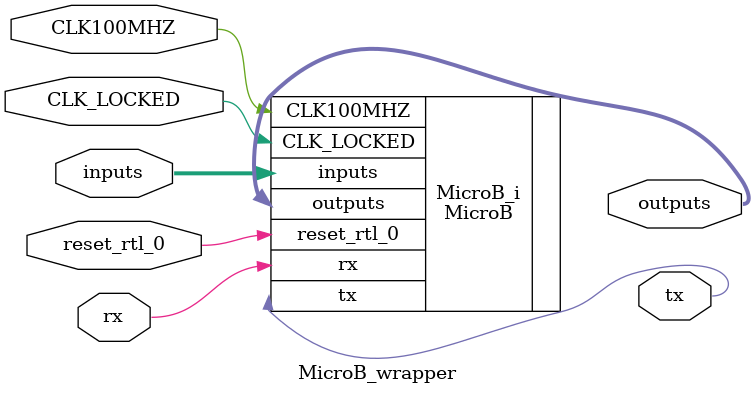
<source format=v>
`timescale 1 ps / 1 ps

module MicroB_wrapper
   (CLK100MHZ,
    CLK_LOCKED,
    inputs,
    outputs,
    reset_rtl_0,
    rx,
    tx);
  input CLK100MHZ;
  input CLK_LOCKED;
  input [31:0]inputs;
  output [31:0]outputs;
  input reset_rtl_0;
  input rx;
  output tx;

  wire CLK100MHZ;
  wire CLK_LOCKED;
  wire [31:0]inputs;
  wire [31:0]outputs;
  wire reset_rtl_0;
  wire rx;
  wire tx;

  MicroB MicroB_i
       (.CLK100MHZ(CLK100MHZ),
        .CLK_LOCKED(CLK_LOCKED),
        .inputs(inputs),
        .outputs(outputs),
        .reset_rtl_0(reset_rtl_0),
        .rx(rx),
        .tx(tx));
endmodule

</source>
